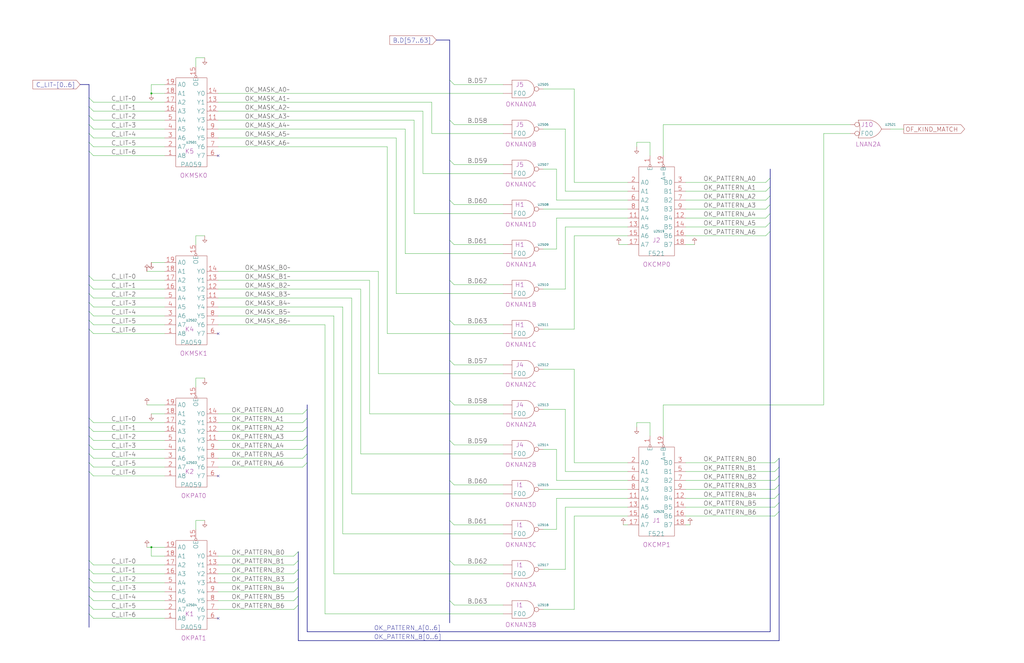
<source format=kicad_sch>
(kicad_sch (version 20250114) (generator "eeschema") (generator_version "9.0")
  (paper "User" 584.2 378.46)
  (title_block (title "OF KIND CONDITION LOGIC") (date "15-MAR-90") (rev "1.0") (comment 1 "TYPE") (comment 2 "232-003062") (comment 3 "S400") (comment 4 "RELEASED"))
  (lib_symbols
    (symbol "r1000:F00" (pin_numbers (hide yes)) (pin_names (hide yes))
      (property "Reference" "U" (at 15.24 0 0))
      (property "Value" "F00" (at 1.905 -5.08 0))
      (property "Location" "___" (at 1.905 0 0))
      (property "Name" "______" (at 2.54 -12.7 0))
      (symbol "F00_0_1"
        (polyline (pts (xy -2.54 2.54) (xy -2.54 -7.62)) (stroke (width 0.1524)))
        (polyline (pts (xy -2.54 2.54) (xy 5.08 2.54)) (stroke (width 0.1524)))
        (polyline (pts (xy -2.54 -7.62) (xy 5.08 -7.62)) (stroke (width 0.1524)))
        (arc (start 5.08 2.54) (mid 10.1281 -2.54) (end 5.08 -7.62) (stroke (width 0.1524)))
        (circle (center 11.43 -2.54) (radius 1.27) (stroke (width 0.1524)))
      )
      (symbol "F00_0_2"
        (arc (start -3.175 2.54) (mid -2.134 -2.54) (end -3.175 -7.62) (stroke (width 0.1524)))
        (circle (center -3.81 0) (radius 1.27) (stroke (width 0.1524)))
        (circle (center -3.81 -5.08) (radius 1.27) (stroke (width 0.1524)))
        (polyline (pts (xy -3.175 2.54) (xy 3.81 2.54)) (stroke (width 0.1524)))
        (polyline (pts (xy -3.175 -7.62) (xy 3.81 -7.62)) (stroke (width 0.1524)))
        (arc (start 3.81 2.54) (mid 7.5828 0.7472) (end 10.16 -2.54) (stroke (width 0.1524)))
        (arc (start 10.16 -2.54) (mid 7.5855 -5.8306) (end 3.81 -7.62) (stroke (width 0.1524)))
      )
      (symbol "F00_1_1"
        (pin input line (at -7.62 0 0) (length 5.08) (name "D0") (number "1"))
        (pin input line (at -7.62 -5.08 0) (length 5.08) (name "D1") (number "2"))
        (pin output line (at 15.24 -2.54 180) (length 2.54) (name "Q") (number "3"))
      )
      (symbol "F00_1_2"
        (pin input line (at -7.62 0 0) (length 2.54) (name "D0") (number "1"))
        (pin input line (at -7.62 -5.08 0) (length 2.54) (name "D1") (number "2"))
        (pin output line (at 15.24 -2.54 180) (length 5.08) (name "Q") (number "3"))
      )
    )
    (symbol "r1000:F521" (pin_names (offset 1.016))
      (property "Reference" "U" (at 2.54 5.08 0))
      (property "Value" "F521" (at -3.81 -7.62 0))
      (property "Location" "___" (at -1.27 0 0))
      (property "Name" "______" (at 1.27 -15.24 0))
      (symbol "F521_1_1"
        (rectangle (start -8.89 41.91) (end 11.43 -8.89))
        (circle (center -2.54 42.545) (radius 0.635))
        (circle (center 5.08 42.545) (radius 0.635))
        (pin input line (at -15.24 33.02 0) (length 6.35) (name "A0") (number "2"))
        (pin input line (at -15.24 27.94 0) (length 6.35) (name "A1") (number "4"))
        (pin input line (at -15.24 22.86 0) (length 6.35) (name "A2") (number "6"))
        (pin input line (at -15.24 17.78 0) (length 6.35) (name "A3") (number "8"))
        (pin input line (at -15.24 12.7 0) (length 6.35) (name "A4") (number "11"))
        (pin input line (at -15.24 7.62 0) (length 6.35) (name "A5") (number "13"))
        (pin input line (at -15.24 2.54 0) (length 6.35) (name "A6") (number "15"))
        (pin input line (at -15.24 -2.54 0) (length 6.35) (name "A7") (number "17"))
        (pin input line (at -2.54 48.26 270) (length 5.08) (name "E") (number "1"))
        (pin output line (at 5.08 48.26 270) (length 5.08) (name "A=B") (number "19"))
        (pin input line (at 17.78 33.02 180) (length 6.35) (name "B0") (number "3"))
        (pin input line (at 17.78 27.94 180) (length 6.35) (name "B1") (number "5"))
        (pin input line (at 17.78 22.86 180) (length 6.35) (name "B2") (number "7"))
        (pin input line (at 17.78 17.78 180) (length 6.35) (name "B3") (number "9"))
        (pin input line (at 17.78 12.7 180) (length 6.35) (name "B4") (number "12"))
        (pin input line (at 17.78 7.62 180) (length 6.35) (name "B5") (number "14"))
        (pin input line (at 17.78 2.54 180) (length 6.35) (name "B6") (number "16"))
        (pin input line (at 17.78 -2.54 180) (length 6.35) (name "B7") (number "18"))
      )
    )
    (symbol "r1000:PAxxx" (pin_names (offset 1.016))
      (property "Reference" "U" (at 2.54 5.08 0))
      (property "Value" "PAxxx" (at -3.81 -7.62 0))
      (property "Location" "___" (at -1.27 0 0))
      (property "Name" "______" (at 3.81 -15.24 0))
      (symbol "PAxxx_1_1"
        (rectangle (start -6.35 41.91) (end 11.43 -8.89))
        (circle (center 5.08 42.545) (radius 0.635))
        (pin input line (at -12.7 38.1 0) (length 6.35) (name "A0") (number "19"))
        (pin input line (at -12.7 33.02 0) (length 6.35) (name "A1") (number "18"))
        (pin input line (at -12.7 27.94 0) (length 6.35) (name "A2") (number "17"))
        (pin input line (at -12.7 22.86 0) (length 6.35) (name "A3") (number "16"))
        (pin input line (at -12.7 17.78 0) (length 6.35) (name "A4") (number "5"))
        (pin input line (at -12.7 12.7 0) (length 6.35) (name "A5") (number "4"))
        (pin input line (at -12.7 7.62 0) (length 6.35) (name "A6") (number "3"))
        (pin input line (at -12.7 2.54 0) (length 6.35) (name "A7") (number "2"))
        (pin input line (at -12.7 -2.54 0) (length 6.35) (name "A8") (number "1"))
        (pin input line (at 5.08 48.26 270) (length 5.08) (name "OE") (number "15"))
        (pin tri_state line (at 17.78 33.02 180) (length 6.35) (name "Y0") (number "14"))
        (pin tri_state line (at 17.78 27.94 180) (length 6.35) (name "Y1") (number "13"))
        (pin tri_state line (at 17.78 22.86 180) (length 6.35) (name "Y2") (number "12"))
        (pin tri_state line (at 17.78 17.78 180) (length 6.35) (name "Y3") (number "11"))
        (pin tri_state line (at 17.78 12.7 180) (length 6.35) (name "Y4") (number "9"))
        (pin tri_state line (at 17.78 7.62 180) (length 6.35) (name "Y5") (number "8"))
        (pin tri_state line (at 17.78 2.54 180) (length 6.35) (name "Y6") (number "7"))
        (pin tri_state line (at 17.78 -2.54 180) (length 6.35) (name "Y7") (number "6"))
      )
    )
    (symbol "r1000:PD" (power) (pin_numbers (hide yes)) (pin_names (hide yes)) (in_bom no)
      (symbol "PD_0_1"
        (polyline (pts (xy 0 -2.54) (xy 1.27 -2.54) (xy 0 -3.81) (xy -1.27 -2.54) (xy 0 -2.54)) (stroke (width 0.1524)))
      )
      (symbol "PD_1_1"
        (pin power_in line (at 0 0 270) (length 2.54) (name "PD") (number "1"))
      )
    )
    (symbol "r1000:PU" (power) (pin_numbers (hide yes)) (pin_names (hide yes))
      (symbol "PU_0_1"
        (polyline (pts (xy 0 2.54) (xy -1.27 2.54) (xy 0 3.81) (xy 1.27 2.54) (xy 0 2.54)) (stroke (width 0.1524)))
      )
      (symbol "PU_1_1"
        (pin power_in line (at 0 0 90) (length 2.54) (name "PU") (number "1"))
      )
    )
  )
  (junction (at 86.36 53.34))
  (junction (at 86.36 312.42))
  (no_connect (at 124.46 88.9))
  (no_connect (at 124.46 271.78))
  (no_connect (at 124.46 190.5))
  (no_connect (at 124.46 353.06))
  (bus_entry (at 439.42 132.08) (size -2.54 2.54))
  (bus_entry (at 170.18 314.96) (size -2.54 2.54))
  (bus_entry (at 50.8 330.2) (size 2.54 2.54))
  (bus_entry (at 444.5 292.1) (size -2.54 2.54))
  (bus_entry (at 50.8 172.72) (size 2.54 2.54))
  (bus_entry (at 439.42 101.6) (size -2.54 2.54))
  (bus_entry (at 175.26 233.68) (size -2.54 2.54))
  (bus_entry (at 439.42 106.68) (size -2.54 2.54))
  (bus_entry (at 50.8 157.48) (size 2.54 2.54))
  (bus_entry (at 170.18 325.12) (size -2.54 2.54))
  (bus_entry (at 50.8 60.96) (size 2.54 2.54))
  (bus_entry (at 256.54 274.32) (size 2.54 2.54))
  (bus_entry (at 50.8 248.92) (size 2.54 2.54))
  (bus_entry (at 50.8 162.56) (size 2.54 2.54))
  (bus_entry (at 50.8 81.28) (size 2.54 2.54))
  (bus_entry (at 256.54 114.3) (size 2.54 2.54))
  (bus_entry (at 256.54 342.9) (size 2.54 2.54))
  (bus_entry (at 50.8 187.96) (size 2.54 2.54))
  (bus_entry (at 175.26 238.76) (size -2.54 2.54))
  (bus_entry (at 50.8 55.88) (size 2.54 2.54))
  (bus_entry (at 50.8 182.88) (size 2.54 2.54))
  (bus_entry (at 439.42 111.76) (size -2.54 2.54))
  (bus_entry (at 50.8 269.24) (size 2.54 2.54))
  (bus_entry (at 256.54 68.58) (size 2.54 2.54))
  (bus_entry (at 439.42 127) (size -2.54 2.54))
  (bus_entry (at 175.26 243.84) (size -2.54 2.54))
  (bus_entry (at 256.54 205.74) (size 2.54 2.54))
  (bus_entry (at 170.18 335.28) (size -2.54 2.54))
  (bus_entry (at 256.54 91.44) (size 2.54 2.54))
  (bus_entry (at 439.42 121.92) (size -2.54 2.54))
  (bus_entry (at 170.18 340.36) (size -2.54 2.54))
  (bus_entry (at 50.8 238.76) (size 2.54 2.54))
  (bus_entry (at 50.8 350.52) (size 2.54 2.54))
  (bus_entry (at 50.8 254) (size 2.54 2.54))
  (bus_entry (at 170.18 345.44) (size -2.54 2.54))
  (bus_entry (at 50.8 340.36) (size 2.54 2.54))
  (bus_entry (at 50.8 325.12) (size 2.54 2.54))
  (bus_entry (at 50.8 259.08) (size 2.54 2.54))
  (bus_entry (at 256.54 137.16) (size 2.54 2.54))
  (bus_entry (at 50.8 243.84) (size 2.54 2.54))
  (bus_entry (at 444.5 261.62) (size -2.54 2.54))
  (bus_entry (at 444.5 287.02) (size -2.54 2.54))
  (bus_entry (at 170.18 320.04) (size -2.54 2.54))
  (bus_entry (at 50.8 86.36) (size 2.54 2.54))
  (bus_entry (at 444.5 281.94) (size -2.54 2.54))
  (bus_entry (at 256.54 228.6) (size 2.54 2.54))
  (bus_entry (at 256.54 45.72) (size 2.54 2.54))
  (bus_entry (at 50.8 264.16) (size 2.54 2.54))
  (bus_entry (at 444.5 266.7) (size -2.54 2.54))
  (bus_entry (at 50.8 320.04) (size 2.54 2.54))
  (bus_entry (at 444.5 271.78) (size -2.54 2.54))
  (bus_entry (at 50.8 66.04) (size 2.54 2.54))
  (bus_entry (at 50.8 335.28) (size 2.54 2.54))
  (bus_entry (at 50.8 345.44) (size 2.54 2.54))
  (bus_entry (at 50.8 71.12) (size 2.54 2.54))
  (bus_entry (at 50.8 167.64) (size 2.54 2.54))
  (bus_entry (at 50.8 177.8) (size 2.54 2.54))
  (bus_entry (at 439.42 116.84) (size -2.54 2.54))
  (bus_entry (at 175.26 259.08) (size -2.54 2.54))
  (bus_entry (at 175.26 254) (size -2.54 2.54))
  (bus_entry (at 170.18 330.2) (size -2.54 2.54))
  (bus_entry (at 175.26 248.92) (size -2.54 2.54))
  (bus_entry (at 256.54 160.02) (size 2.54 2.54))
  (bus_entry (at 256.54 297.18) (size 2.54 2.54))
  (bus_entry (at 50.8 76.2) (size 2.54 2.54))
  (bus_entry (at 256.54 320.04) (size 2.54 2.54))
  (bus_entry (at 256.54 182.88) (size 2.54 2.54))
  (bus_entry (at 175.26 264.16) (size -2.54 2.54))
  (bus_entry (at 256.54 251.46) (size 2.54 2.54))
  (bus_entry (at 444.5 276.86) (size -2.54 2.54))
  (wire (pts (xy 309.88 279.4) (xy 358.14 279.4)))
  (wire (pts (xy 358.14 289.56) (xy 322.58 289.56)))
  (wire (pts (xy 358.14 269.24) (xy 322.58 269.24)))
  (bus (pts (xy 170.18 345.44) (xy 170.18 365.76)))
  (wire (pts (xy 287.02 327.66) (xy 190.5 327.66)))
  (bus (pts (xy 439.42 96.52) (xy 439.42 101.6)))
  (bus (pts (xy 439.42 111.76) (xy 439.42 116.84)))
  (wire (pts (xy 327.66 104.14) (xy 358.14 104.14)))
  (wire (pts (xy 200.66 281.94) (xy 200.66 170.18)))
  (wire (pts (xy 124.46 58.42) (xy 246.38 58.42)))
  (bus (pts (xy 256.54 114.3) (xy 256.54 137.16)))
  (bus (pts (xy 50.8 320.04) (xy 50.8 325.12)))
  (bus (pts (xy 50.8 162.56) (xy 50.8 167.64)))
  (bus (pts (xy 50.8 248.92) (xy 50.8 254)))
  (wire (pts (xy 53.34 271.78) (xy 93.98 271.78)))
  (wire (pts (xy 220.98 190.5) (xy 220.98 83.82)))
  (wire (pts (xy 53.34 180.34) (xy 93.98 180.34)))
  (wire (pts (xy 226.06 167.64) (xy 287.02 167.64)))
  (bus (pts (xy 439.42 116.84) (xy 439.42 121.92)))
  (wire (pts (xy 287.02 236.22) (xy 210.82 236.22)))
  (bus (pts (xy 439.42 106.68) (xy 439.42 111.76)))
  (wire (pts (xy 508 73.66) (xy 515.62 73.66)))
  (wire (pts (xy 111.76 297.18) (xy 111.76 302.26)))
  (wire (pts (xy 190.5 180.34) (xy 124.46 180.34)))
  (wire (pts (xy 185.42 185.42) (xy 185.42 350.52)))
  (wire (pts (xy 53.34 241.3) (xy 93.98 241.3)))
  (bus (pts (xy 50.8 172.72) (xy 50.8 177.8)))
  (wire (pts (xy 309.88 256.54) (xy 317.5 256.54)))
  (wire (pts (xy 124.46 347.98) (xy 167.64 347.98)))
  (wire (pts (xy 378.46 231.14) (xy 469.9 231.14)))
  (wire (pts (xy 53.34 160.02) (xy 93.98 160.02)))
  (bus (pts (xy 256.54 182.88) (xy 256.54 205.74)))
  (wire (pts (xy 309.88 142.24) (xy 317.5 142.24)))
  (wire (pts (xy 116.84 215.9) (xy 111.76 215.9)))
  (wire (pts (xy 327.66 294.64) (xy 358.14 294.64)))
  (bus (pts (xy 50.8 325.12) (xy 50.8 330.2)))
  (wire (pts (xy 246.38 76.2) (xy 287.02 76.2)))
  (bus (pts (xy 50.8 55.88) (xy 50.8 60.96)))
  (bus (pts (xy 439.42 127) (xy 439.42 132.08)))
  (wire (pts (xy 220.98 83.82) (xy 124.46 83.82)))
  (wire (pts (xy 124.46 165.1) (xy 205.74 165.1)))
  (wire (pts (xy 259.08 345.44) (xy 287.02 345.44)))
  (bus (pts (xy 256.54 297.18) (xy 256.54 320.04)))
  (bus (pts (xy 50.8 345.44) (xy 50.8 350.52)))
  (bus (pts (xy 444.5 292.1) (xy 444.5 365.76)))
  (wire (pts (xy 309.88 50.8) (xy 327.66 50.8)))
  (bus (pts (xy 50.8 167.64) (xy 50.8 172.72)))
  (bus (pts (xy 439.42 132.08) (xy 439.42 360.68)))
  (wire (pts (xy 327.66 134.62) (xy 358.14 134.62)))
  (wire (pts (xy 259.08 276.86) (xy 287.02 276.86)))
  (wire (pts (xy 241.3 63.5) (xy 124.46 63.5)))
  (wire (pts (xy 53.34 73.66) (xy 93.98 73.66)))
  (wire (pts (xy 195.58 304.8) (xy 287.02 304.8)))
  (wire (pts (xy 391.16 109.22) (xy 436.88 109.22)))
  (wire (pts (xy 210.82 160.02) (xy 124.46 160.02)))
  (wire (pts (xy 124.46 241.3) (xy 172.72 241.3)))
  (wire (pts (xy 391.16 264.16) (xy 441.96 264.16)))
  (bus (pts (xy 175.26 231.14) (xy 175.26 233.68)))
  (wire (pts (xy 124.46 327.66) (xy 167.64 327.66)))
  (wire (pts (xy 370.84 88.9) (xy 370.84 81.28)))
  (wire (pts (xy 93.98 48.26) (xy 86.36 48.26)))
  (wire (pts (xy 200.66 170.18) (xy 124.46 170.18)))
  (bus (pts (xy 256.54 320.04) (xy 256.54 342.9)))
  (bus (pts (xy 170.18 335.28) (xy 170.18 340.36)))
  (wire (pts (xy 317.5 284.48) (xy 358.14 284.48)))
  (wire (pts (xy 287.02 190.5) (xy 220.98 190.5)))
  (wire (pts (xy 124.46 53.34) (xy 287.02 53.34)))
  (wire (pts (xy 111.76 215.9) (xy 111.76 220.98)))
  (wire (pts (xy 370.84 241.3) (xy 363.22 241.3)))
  (wire (pts (xy 124.46 78.74) (xy 226.06 78.74)))
  (bus (pts (xy 256.54 342.9) (xy 256.54 355.6)))
  (bus (pts (xy 444.5 276.86) (xy 444.5 281.94)))
  (wire (pts (xy 391.16 134.62) (xy 436.88 134.62)))
  (bus (pts (xy 50.8 86.36) (xy 50.8 157.48)))
  (wire (pts (xy 309.88 347.98) (xy 327.66 347.98)))
  (bus (pts (xy 50.8 182.88) (xy 50.8 187.96)))
  (wire (pts (xy 53.34 261.62) (xy 93.98 261.62)))
  (wire (pts (xy 124.46 322.58) (xy 167.64 322.58)))
  (wire (pts (xy 327.66 210.82) (xy 327.66 264.16)))
  (wire (pts (xy 322.58 269.24) (xy 322.58 233.68)))
  (wire (pts (xy 287.02 99.06) (xy 241.3 99.06)))
  (wire (pts (xy 53.34 83.82) (xy 93.98 83.82)))
  (wire (pts (xy 195.58 175.26) (xy 195.58 304.8)))
  (wire (pts (xy 124.46 251.46) (xy 172.72 251.46)))
  (wire (pts (xy 53.34 68.58) (xy 93.98 68.58)))
  (wire (pts (xy 259.08 48.26) (xy 287.02 48.26)))
  (wire (pts (xy 391.16 294.64) (xy 441.96 294.64)))
  (wire (pts (xy 53.34 266.7) (xy 93.98 266.7)))
  (bus (pts (xy 50.8 48.26) (xy 50.8 55.88)))
  (wire (pts (xy 124.46 154.94) (xy 215.9 154.94)))
  (wire (pts (xy 327.66 50.8) (xy 327.66 104.14)))
  (wire (pts (xy 322.58 129.54) (xy 322.58 165.1)))
  (wire (pts (xy 53.34 58.42) (xy 93.98 58.42)))
  (bus (pts (xy 50.8 259.08) (xy 50.8 264.16)))
  (wire (pts (xy 370.84 248.92) (xy 370.84 241.3)))
  (wire (pts (xy 210.82 236.22) (xy 210.82 160.02)))
  (wire (pts (xy 53.34 251.46) (xy 93.98 251.46)))
  (wire (pts (xy 111.76 134.62) (xy 111.76 139.7)))
  (wire (pts (xy 93.98 317.5) (xy 86.36 317.5)))
  (wire (pts (xy 322.58 325.12) (xy 309.88 325.12)))
  (bus (pts (xy 444.5 281.94) (xy 444.5 287.02)))
  (wire (pts (xy 327.66 264.16) (xy 358.14 264.16)))
  (wire (pts (xy 259.08 93.98) (xy 287.02 93.98)))
  (wire (pts (xy 53.34 185.42) (xy 93.98 185.42)))
  (wire (pts (xy 83.82 231.14) (xy 93.98 231.14)))
  (wire (pts (xy 205.74 165.1) (xy 205.74 259.08)))
  (wire (pts (xy 327.66 347.98) (xy 327.66 294.64)))
  (wire (pts (xy 86.36 48.26) (xy 86.36 53.34)))
  (bus (pts (xy 50.8 187.96) (xy 50.8 238.76)))
  (wire (pts (xy 259.08 231.14) (xy 287.02 231.14)))
  (wire (pts (xy 322.58 73.66) (xy 309.88 73.66)))
  (wire (pts (xy 378.46 71.12) (xy 485.14 71.12)))
  (wire (pts (xy 83.82 312.42) (xy 86.36 312.42)))
  (wire (pts (xy 124.46 332.74) (xy 167.64 332.74)))
  (bus (pts (xy 256.54 205.74) (xy 256.54 228.6)))
  (wire (pts (xy 53.34 78.74) (xy 93.98 78.74)))
  (wire (pts (xy 53.34 353.06) (xy 93.98 353.06)))
  (bus (pts (xy 50.8 71.12) (xy 50.8 76.2)))
  (bus (pts (xy 444.5 266.7) (xy 444.5 271.78)))
  (wire (pts (xy 124.46 337.82) (xy 167.64 337.82)))
  (wire (pts (xy 53.34 170.18) (xy 93.98 170.18)))
  (wire (pts (xy 327.66 187.96) (xy 327.66 134.62)))
  (wire (pts (xy 378.46 88.9) (xy 378.46 71.12)))
  (wire (pts (xy 124.46 236.22) (xy 172.72 236.22)))
  (wire (pts (xy 259.08 322.58) (xy 287.02 322.58)))
  (wire (pts (xy 215.9 213.36) (xy 287.02 213.36)))
  (wire (pts (xy 124.46 185.42) (xy 185.42 185.42)))
  (wire (pts (xy 53.34 190.5) (xy 93.98 190.5)))
  (wire (pts (xy 53.34 165.1) (xy 93.98 165.1)))
  (bus (pts (xy 50.8 157.48) (xy 50.8 162.56)))
  (wire (pts (xy 53.34 337.82) (xy 93.98 337.82)))
  (bus (pts (xy 444.5 287.02) (xy 444.5 292.1)))
  (bus (pts (xy 170.18 330.2) (xy 170.18 335.28)))
  (bus (pts (xy 50.8 238.76) (xy 50.8 243.84)))
  (wire (pts (xy 86.36 149.86) (xy 93.98 149.86)))
  (bus (pts (xy 256.54 251.46) (xy 256.54 274.32)))
  (bus (pts (xy 175.26 259.08) (xy 175.26 264.16)))
  (wire (pts (xy 317.5 302.26) (xy 317.5 284.48)))
  (wire (pts (xy 317.5 114.3) (xy 358.14 114.3)))
  (wire (pts (xy 116.84 297.18) (xy 111.76 297.18)))
  (wire (pts (xy 391.16 124.46) (xy 436.88 124.46)))
  (wire (pts (xy 259.08 254) (xy 287.02 254)))
  (wire (pts (xy 190.5 327.66) (xy 190.5 180.34)))
  (wire (pts (xy 53.34 347.98) (xy 93.98 347.98)))
  (bus (pts (xy 256.54 22.86) (xy 256.54 45.72)))
  (wire (pts (xy 358.14 129.54) (xy 322.58 129.54)))
  (bus (pts (xy 175.26 254) (xy 175.26 259.08)))
  (wire (pts (xy 259.08 139.7) (xy 287.02 139.7)))
  (wire (pts (xy 317.5 124.46) (xy 358.14 124.46)))
  (wire (pts (xy 259.08 116.84) (xy 287.02 116.84)))
  (wire (pts (xy 322.58 289.56) (xy 322.58 325.12)))
  (bus (pts (xy 50.8 60.96) (xy 50.8 66.04)))
  (wire (pts (xy 358.14 109.22) (xy 322.58 109.22)))
  (bus (pts (xy 50.8 269.24) (xy 50.8 320.04)))
  (wire (pts (xy 391.16 129.54) (xy 436.88 129.54)))
  (wire (pts (xy 391.16 139.7) (xy 396.24 139.7)))
  (wire (pts (xy 53.34 175.26) (xy 93.98 175.26)))
  (wire (pts (xy 53.34 327.66) (xy 93.98 327.66)))
  (bus (pts (xy 256.54 45.72) (xy 256.54 68.58)))
  (bus (pts (xy 170.18 365.76) (xy 444.5 365.76)))
  (bus (pts (xy 50.8 81.28) (xy 50.8 86.36)))
  (bus (pts (xy 175.26 360.68) (xy 439.42 360.68)))
  (wire (pts (xy 309.88 187.96) (xy 327.66 187.96)))
  (wire (pts (xy 363.22 241.3) (xy 363.22 243.84)))
  (bus (pts (xy 50.8 76.2) (xy 50.8 81.28)))
  (wire (pts (xy 205.74 259.08) (xy 287.02 259.08)))
  (wire (pts (xy 391.16 114.3) (xy 436.88 114.3)))
  (wire (pts (xy 124.46 317.5) (xy 167.64 317.5)))
  (wire (pts (xy 86.36 317.5) (xy 86.36 312.42)))
  (wire (pts (xy 53.34 322.58) (xy 93.98 322.58)))
  (bus (pts (xy 170.18 325.12) (xy 170.18 330.2)))
  (wire (pts (xy 391.16 289.56) (xy 441.96 289.56)))
  (wire (pts (xy 259.08 299.72) (xy 287.02 299.72)))
  (wire (pts (xy 322.58 109.22) (xy 322.58 73.66)))
  (wire (pts (xy 116.84 134.62) (xy 111.76 134.62)))
  (bus (pts (xy 256.54 91.44) (xy 256.54 114.3)))
  (wire (pts (xy 287.02 281.94) (xy 200.66 281.94)))
  (bus (pts (xy 50.8 243.84) (xy 50.8 248.92)))
  (bus (pts (xy 439.42 121.92) (xy 439.42 127)))
  (wire (pts (xy 391.16 119.38) (xy 436.88 119.38)))
  (bus (pts (xy 256.54 228.6) (xy 256.54 251.46)))
  (bus (pts (xy 444.5 271.78) (xy 444.5 276.86)))
  (wire (pts (xy 259.08 71.12) (xy 287.02 71.12)))
  (bus (pts (xy 256.54 160.02) (xy 256.54 182.88)))
  (wire (pts (xy 53.34 342.9) (xy 93.98 342.9)))
  (wire (pts (xy 469.9 231.14) (xy 469.9 76.2)))
  (wire (pts (xy 391.16 299.72) (xy 393.7 299.72)))
  (bus (pts (xy 439.42 101.6) (xy 439.42 106.68)))
  (wire (pts (xy 370.84 81.28) (xy 363.22 81.28)))
  (wire (pts (xy 469.9 76.2) (xy 485.14 76.2)))
  (wire (pts (xy 116.84 33.02) (xy 111.76 33.02)))
  (bus (pts (xy 444.5 261.62) (xy 444.5 266.7)))
  (wire (pts (xy 185.42 350.52) (xy 287.02 350.52)))
  (wire (pts (xy 231.14 73.66) (xy 124.46 73.66)))
  (wire (pts (xy 322.58 233.68) (xy 309.88 233.68)))
  (bus (pts (xy 50.8 335.28) (xy 50.8 340.36)))
  (wire (pts (xy 309.88 96.52) (xy 317.5 96.52)))
  (bus (pts (xy 50.8 350.52) (xy 50.8 358.14)))
  (wire (pts (xy 236.22 68.58) (xy 236.22 121.92)))
  (wire (pts (xy 309.88 119.38) (xy 358.14 119.38)))
  (wire (pts (xy 309.88 302.26) (xy 317.5 302.26)))
  (wire (pts (xy 287.02 144.78) (xy 231.14 144.78)))
  (bus (pts (xy 50.8 177.8) (xy 50.8 182.88)))
  (bus (pts (xy 170.18 340.36) (xy 170.18 345.44)))
  (bus (pts (xy 256.54 137.16) (xy 256.54 160.02)))
  (wire (pts (xy 124.46 256.54) (xy 172.72 256.54)))
  (wire (pts (xy 391.16 104.14) (xy 436.88 104.14)))
  (wire (pts (xy 391.16 269.24) (xy 441.96 269.24)))
  (wire (pts (xy 317.5 274.32) (xy 358.14 274.32)))
  (bus (pts (xy 248.92 22.86) (xy 256.54 22.86)))
  (wire (pts (xy 391.16 279.4) (xy 441.96 279.4)))
  (wire (pts (xy 124.46 175.26) (xy 195.58 175.26)))
  (wire (pts (xy 391.16 284.48) (xy 441.96 284.48)))
  (wire (pts (xy 353.06 139.7) (xy 358.14 139.7)))
  (bus (pts (xy 50.8 66.04) (xy 50.8 71.12)))
  (wire (pts (xy 124.46 266.7) (xy 172.72 266.7)))
  (bus (pts (xy 50.8 340.36) (xy 50.8 345.44)))
  (wire (pts (xy 53.34 332.74) (xy 93.98 332.74)))
  (wire (pts (xy 124.46 342.9) (xy 167.64 342.9)))
  (wire (pts (xy 86.36 236.22) (xy 93.98 236.22)))
  (wire (pts (xy 259.08 162.56) (xy 287.02 162.56)))
  (wire (pts (xy 363.22 81.28) (xy 363.22 83.82)))
  (wire (pts (xy 124.46 246.38) (xy 172.72 246.38)))
  (wire (pts (xy 236.22 121.92) (xy 287.02 121.92)))
  (bus (pts (xy 175.26 243.84) (xy 175.26 248.92)))
  (wire (pts (xy 259.08 185.42) (xy 287.02 185.42)))
  (wire (pts (xy 391.16 274.32) (xy 441.96 274.32)))
  (wire (pts (xy 226.06 78.74) (xy 226.06 167.64)))
  (wire (pts (xy 317.5 96.52) (xy 317.5 114.3)))
  (bus (pts (xy 256.54 68.58) (xy 256.54 91.44)))
  (wire (pts (xy 317.5 256.54) (xy 317.5 274.32)))
  (wire (pts (xy 111.76 33.02) (xy 111.76 38.1)))
  (wire (pts (xy 246.38 58.42) (xy 246.38 76.2)))
  (bus (pts (xy 175.26 238.76) (xy 175.26 243.84)))
  (wire (pts (xy 309.88 210.82) (xy 327.66 210.82)))
  (wire (pts (xy 53.34 256.54) (xy 93.98 256.54)))
  (wire (pts (xy 322.58 165.1) (xy 309.88 165.1)))
  (bus (pts (xy 175.26 248.92) (xy 175.26 254)))
  (bus (pts (xy 50.8 330.2) (xy 50.8 335.28)))
  (wire (pts (xy 259.08 208.28) (xy 287.02 208.28)))
  (bus (pts (xy 45.72 48.26) (xy 50.8 48.26)))
  (bus (pts (xy 50.8 254) (xy 50.8 259.08)))
  (wire (pts (xy 86.36 53.34) (xy 93.98 53.34)))
  (bus (pts (xy 170.18 320.04) (xy 170.18 325.12)))
  (wire (pts (xy 124.46 68.58) (xy 236.22 68.58)))
  (bus (pts (xy 50.8 264.16) (xy 50.8 269.24)))
  (wire (pts (xy 124.46 261.62) (xy 172.72 261.62)))
  (wire (pts (xy 53.34 88.9) (xy 93.98 88.9)))
  (wire (pts (xy 241.3 99.06) (xy 241.3 63.5)))
  (wire (pts (xy 378.46 248.92) (xy 378.46 231.14)))
  (bus (pts (xy 256.54 274.32) (xy 256.54 297.18)))
  (wire (pts (xy 215.9 154.94) (xy 215.9 213.36)))
  (bus (pts (xy 175.26 264.16) (xy 175.26 360.68)))
  (wire (pts (xy 317.5 142.24) (xy 317.5 124.46)))
  (wire (pts (xy 355.6 299.72) (xy 358.14 299.72)))
  (wire (pts (xy 231.14 144.78) (xy 231.14 73.66)))
  (wire (pts (xy 83.82 154.94) (xy 93.98 154.94)))
  (wire (pts (xy 53.34 246.38) (xy 93.98 246.38)))
  (bus (pts (xy 175.26 233.68) (xy 175.26 238.76)))
  (wire (pts (xy 53.34 63.5) (xy 93.98 63.5)))
  (wire (pts (xy 86.36 312.42) (xy 93.98 312.42)))
  (bus (pts (xy 170.18 314.96) (xy 170.18 320.04)))
  (label "OK_PATTERN_A0" (at 132.08 236.22 0) (effects (font (size 2.54 2.54))))
  (label "C_LIT~1" (at 63.5 246.38 0) (effects (font (size 2.54 2.54))))
  (label "C_LIT~3" (at 63.5 175.26 0) (effects (font (size 2.54 2.54))))
  (label "B.D59" (at 266.7 93.98 0) (effects (font (size 2.54 2.54))))
  (label "OK_PATTERN_A6" (at 132.08 266.7 0) (effects (font (size 2.54 2.54))))
  (label "C_LIT~6" (at 63.5 88.9 0) (effects (font (size 2.54 2.54))))
  (label "B.D58" (at 266.7 71.12 0) (effects (font (size 2.54 2.54))))
  (label "C_LIT~0" (at 63.5 58.42 0) (effects (font (size 2.54 2.54))))
  (label "OK_PATTERN_B3" (at 132.08 332.74 0) (effects (font (size 2.54 2.54))))
  (label "OK_PATTERN_A2" (at 401.32 114.3 0) (effects (font (size 2.54 2.54))))
  (label "OK_PATTERN_A0" (at 401.32 104.14 0) (effects (font (size 2.54 2.54))))
  (label "OK_MASK_A1~" (at 139.7 58.42 0) (effects (font (size 2.54 2.54))))
  (label "OK_PATTERN_A3" (at 401.32 119.38 0) (effects (font (size 2.54 2.54))))
  (label "C_LIT~3" (at 63.5 256.54 0) (effects (font (size 2.54 2.54))))
  (label "OK_MASK_B5~" (at 139.7 180.34 0) (effects (font (size 2.54 2.54))))
  (label "OK_MASK_B2~" (at 139.7 165.1 0) (effects (font (size 2.54 2.54))))
  (label "OK_MASK_A2~" (at 139.7 63.5 0) (effects (font (size 2.54 2.54))))
  (label "C_LIT~6" (at 63.5 190.5 0) (effects (font (size 2.54 2.54))))
  (label "C_LIT~1" (at 63.5 165.1 0) (effects (font (size 2.54 2.54))))
  (label "B.D57" (at 266.7 48.26 0) (effects (font (size 2.54 2.54))))
  (label "C_LIT~4" (at 63.5 342.9 0) (effects (font (size 2.54 2.54))))
  (label "B.D62" (at 266.7 162.56 0) (effects (font (size 2.54 2.54))))
  (label "B.D57" (at 266.7 208.28 0) (effects (font (size 2.54 2.54))))
  (label "OK_PATTERN_B5" (at 401.32 289.56 0) (effects (font (size 2.54 2.54))))
  (label "C_LIT~0" (at 63.5 160.02 0) (effects (font (size 2.54 2.54))))
  (label "C_LIT~1" (at 63.5 63.5 0) (effects (font (size 2.54 2.54))))
  (label "OK_MASK_B4~" (at 139.7 175.26 0) (effects (font (size 2.54 2.54))))
  (label "C_LIT~2" (at 63.5 332.74 0) (effects (font (size 2.54 2.54))))
  (label "B.D61" (at 266.7 139.7 0) (effects (font (size 2.54 2.54))))
  (label "OK_PATTERN_B4" (at 401.32 284.48 0) (effects (font (size 2.54 2.54))))
  (label "OK_PATTERN_B0" (at 401.32 264.16 0) (effects (font (size 2.54 2.54))))
  (label "OK_PATTERN_B2" (at 401.32 274.32 0) (effects (font (size 2.54 2.54))))
  (label "OK_PATTERN_A1" (at 132.08 241.3 0) (effects (font (size 2.54 2.54))))
  (label "C_LIT~1" (at 63.5 327.66 0) (effects (font (size 2.54 2.54))))
  (label "C_LIT~4" (at 63.5 261.62 0) (effects (font (size 2.54 2.54))))
  (label "B.D59" (at 266.7 254 0) (effects (font (size 2.54 2.54))))
  (label "OK_PATTERN_A4" (at 132.08 256.54 0) (effects (font (size 2.54 2.54))))
  (label "OK_PATTERN_A5" (at 132.08 261.62 0) (effects (font (size 2.54 2.54))))
  (label "C_LIT~2" (at 63.5 170.18 0) (effects (font (size 2.54 2.54))))
  (label "B.D63" (at 266.7 345.44 0) (effects (font (size 2.54 2.54))))
  (label "C_LIT~0" (at 63.5 322.58 0) (effects (font (size 2.54 2.54))))
  (label "OK_PATTERN_B0" (at 132.08 317.5 0) (effects (font (size 2.54 2.54))))
  (label "C_LIT~2" (at 63.5 251.46 0) (effects (font (size 2.54 2.54))))
  (label "OK_PATTERN_B4" (at 132.08 337.82 0) (effects (font (size 2.54 2.54))))
  (label "OK_PATTERN_A6" (at 401.32 134.62 0) (effects (font (size 2.54 2.54))))
  (label "C_LIT~5" (at 63.5 185.42 0) (effects (font (size 2.54 2.54))))
  (label "OK_MASK_B3~" (at 139.7 170.18 0) (effects (font (size 2.54 2.54))))
  (label "OK_MASK_A4~" (at 139.7 73.66 0) (effects (font (size 2.54 2.54))))
  (label "C_LIT~5" (at 63.5 83.82 0) (effects (font (size 2.54 2.54))))
  (label "C_LIT~3" (at 63.5 73.66 0) (effects (font (size 2.54 2.54))))
  (label "C_LIT~6" (at 63.5 271.78 0) (effects (font (size 2.54 2.54))))
  (label "OK_PATTERN_B[0..6]" (at 213.36 365.76 0) (effects (font (size 2.54 2.54))))
  (label "OK_PATTERN_B1" (at 132.08 322.58 0) (effects (font (size 2.54 2.54))))
  (label "OK_PATTERN_A1" (at 401.32 109.22 0) (effects (font (size 2.54 2.54))))
  (label "C_LIT~5" (at 63.5 347.98 0) (effects (font (size 2.54 2.54))))
  (label "OK_PATTERN_B5" (at 132.08 342.9 0) (effects (font (size 2.54 2.54))))
  (label "OK_PATTERN_B6" (at 401.32 294.64 0) (effects (font (size 2.54 2.54))))
  (label "C_LIT~0" (at 63.5 241.3 0) (effects (font (size 2.54 2.54))))
  (label "B.D61" (at 266.7 299.72 0) (effects (font (size 2.54 2.54))))
  (label "C_LIT~3" (at 63.5 337.82 0) (effects (font (size 2.54 2.54))))
  (label "B.D63" (at 266.7 185.42 0) (effects (font (size 2.54 2.54))))
  (label "OK_MASK_B0~" (at 139.7 154.94 0) (effects (font (size 2.54 2.54))))
  (label "C_LIT~6" (at 63.5 353.06 0) (effects (font (size 2.54 2.54))))
  (label "OK_PATTERN_A4" (at 401.32 124.46 0) (effects (font (size 2.54 2.54))))
  (label "B.D58" (at 266.7 231.14 0) (effects (font (size 2.54 2.54))))
  (label "OK_MASK_B6~" (at 139.7 185.42 0) (effects (font (size 2.54 2.54))))
  (label "C_LIT~4" (at 63.5 180.34 0) (effects (font (size 2.54 2.54))))
  (label "OK_PATTERN_A2" (at 132.08 246.38 0) (effects (font (size 2.54 2.54))))
  (label "OK_MASK_A5~" (at 139.7 78.74 0) (effects (font (size 2.54 2.54))))
  (label "B.D62" (at 266.7 322.58 0) (effects (font (size 2.54 2.54))))
  (label "OK_PATTERN_A[0..6]" (at 213.36 360.68 0) (effects (font (size 2.54 2.54))))
  (label "OK_PATTERN_B3" (at 401.32 279.4 0) (effects (font (size 2.54 2.54))))
  (label "B.D60" (at 266.7 116.84 0) (effects (font (size 2.54 2.54))))
  (label "OK_MASK_A3~" (at 139.7 68.58 0) (effects (font (size 2.54 2.54))))
  (label "OK_PATTERN_B2" (at 132.08 327.66 0) (effects (font (size 2.54 2.54))))
  (label "C_LIT~4" (at 63.5 78.74 0) (effects (font (size 2.54 2.54))))
  (label "OK_PATTERN_A5" (at 401.32 129.54 0) (effects (font (size 2.54 2.54))))
  (label "OK_MASK_B1~" (at 139.7 160.02 0) (effects (font (size 2.54 2.54))))
  (label "OK_MASK_A0~" (at 139.7 53.34 0) (effects (font (size 2.54 2.54))))
  (label "C_LIT~5" (at 63.5 266.7 0) (effects (font (size 2.54 2.54))))
  (label "OK_PATTERN_B1" (at 401.32 269.24 0) (effects (font (size 2.54 2.54))))
  (label "B.D60" (at 266.7 276.86 0) (effects (font (size 2.54 2.54))))
  (label "OK_PATTERN_B6" (at 132.08 347.98 0) (effects (font (size 2.54 2.54))))
  (label "OK_PATTERN_A3" (at 132.08 251.46 0) (effects (font (size 2.54 2.54))))
  (label "OK_MASK_A6~" (at 139.7 83.82 0) (effects (font (size 2.54 2.54))))
  (label "C_LIT~2" (at 63.5 68.58 0) (effects (font (size 2.54 2.54))))
  (global_label "C_LIT~[0..6]" (shape input) (at 45.72 48.26 180) (effects (font (size 2.54 2.54))) (property "Intersheetrefs" "${INTERSHEET_REFS}" (at 18.7597 48.1013 0) (effects (font (size 1.905 1.905)) (justify right))))
  (global_label "B.D[57..63]" (shape input) (at 248.92 22.86 180) (effects (font (size 2.54 2.54))) (property "Intersheetrefs" "${INTERSHEET_REFS}" (at 222.3226 22.7013 0) (effects (font (size 1.905 1.905)) (justify right))))
  (global_label "OF_KIND_MATCH" (shape output) (at 515.62 73.66 0) (effects (font (size 2.54 2.54))) (property "Intersheetrefs" "${INTERSHEET_REFS}" (at 550.3212 73.5013 0) (effects (font (size 1.905 1.905)) (justify left))))
  (symbol (lib_id "r1000:F00") (at 294.64 299.72 0) (unit 1)
    (property "Reference" "U2516" (at 309.88 299.72 0))
    (property "Value" "F00" (at 296.545 304.8 0) (effects (font (size 2.54 2.54))))
    (property "Location" "I1" (at 296.545 299.72 0) (effects (font (size 2.54 2.54))))
    (property "Name" "OKNAN3C" (at 297.18 312.42 0) (effects (font (size 2.54 2.54)) (justify bottom)))
  )
  (symbol (lib_id "r1000:F521") (at 373.38 137.16 0) (unit 1)
    (property "Reference" "U2519" (at 375.92 132.08 0))
    (property "Value" "F521" (at 369.57 144.78 0) (effects (font (size 2.54 2.54)) (justify left)))
    (property "Location" "J2" (at 372.11 137.16 0) (effects (font (size 2.54 2.54)) (justify left)))
    (property "Name" "OKCMP0" (at 374.65 152.4 0) (effects (font (size 2.54 2.54)) (justify bottom)))
  )
  (symbol (lib_id "r1000:PD") (at 363.22 243.84 0) (unit 1) (in_bom no)
    (property "Reference" "#PWR0107" (effects (hide yes)))
    (property "Value" "PD" (effects (hide yes)))
  )
  (symbol (lib_id "r1000:F00") (at 492.76 71.12 0) (unit 1) (convert 2)
    (property "Reference" "U2521" (at 508 71.12 0))
    (property "Value" "F00" (at 494.665 76.2 0) (effects (font (size 2.54 2.54))))
    (property "Location" "J10" (at 494.665 71.12 0) (effects (font (size 2.54 2.54))))
    (property "Name" "LNAN2A" (at 495.3 83.82 0) (effects (font (size 2.54 2.54)) (justify bottom)))
  )
  (symbol (lib_id "r1000:F521") (at 373.38 297.18 0) (unit 1)
    (property "Reference" "U2520" (at 375.92 292.1 0))
    (property "Value" "F521" (at 369.57 304.8 0) (effects (font (size 2.54 2.54)) (justify left)))
    (property "Location" "J1" (at 372.11 297.18 0) (effects (font (size 2.54 2.54)) (justify left)))
    (property "Name" "OKCMP1" (at 374.65 312.42 0) (effects (font (size 2.54 2.54)) (justify bottom)))
  )
  (symbol (lib_id "r1000:F00") (at 294.64 93.98 0) (unit 1)
    (property "Reference" "U2507" (at 309.88 93.98 0))
    (property "Value" "F00" (at 296.545 99.06 0) (effects (font (size 2.54 2.54))))
    (property "Location" "J5" (at 296.545 93.98 0) (effects (font (size 2.54 2.54))))
    (property "Name" "OKNAN0C" (at 297.18 106.68 0) (effects (font (size 2.54 2.54)) (justify bottom)))
  )
  (symbol (lib_id "r1000:F00") (at 294.64 48.26 0) (unit 1)
    (property "Reference" "U2505" (at 309.88 48.26 0))
    (property "Value" "F00" (at 296.545 53.34 0) (effects (font (size 2.54 2.54))))
    (property "Location" "J5" (at 296.545 48.26 0) (effects (font (size 2.54 2.54))))
    (property "Name" "OKNAN0A" (at 297.18 60.96 0) (effects (font (size 2.54 2.54)) (justify bottom)))
  )
  (symbol (lib_id "r1000:F00") (at 294.64 276.86 0) (unit 1)
    (property "Reference" "U2515" (at 309.88 276.86 0))
    (property "Value" "F00" (at 296.545 281.94 0) (effects (font (size 2.54 2.54))))
    (property "Location" "I1" (at 296.545 276.86 0) (effects (font (size 2.54 2.54))))
    (property "Name" "OKNAN3D" (at 297.18 289.56 0) (effects (font (size 2.54 2.54)) (justify bottom)))
  )
  (symbol (lib_id "r1000:PD") (at 86.36 236.22 0) (unit 1) (in_bom no)
    (property "Reference" "#PWR02506" (effects (hide yes)))
    (property "Value" "PD" (effects (hide yes)))
  )
  (symbol (lib_id "r1000:PD") (at 86.36 149.86 0) (unit 1) (in_bom no)
    (property "Reference" "#PWR02505" (effects (hide yes)))
    (property "Value" "PD" (effects (hide yes)))
  )
  (symbol (lib_id "r1000:PD") (at 86.36 53.34 0) (unit 1) (in_bom no)
    (property "Reference" "#PWR02504" (effects (hide yes)))
    (property "Value" "PD" (effects (hide yes)))
  )
  (symbol (lib_id "r1000:PU") (at 396.24 139.7 0) (unit 1)
    (property "Reference" "#PWR02513" (effects (hide yes)))
    (property "Value" "PU" (effects (hide yes)))
  )
  (symbol (lib_id "r1000:PAxxx") (at 106.68 350.52 0) (unit 1)
    (property "Reference" "U2504" (at 109.22 345.44 0))
    (property "Value" "PA059" (at 102.87 358.14 0) (effects (font (size 2.54 2.54)) (justify left)))
    (property "Location" "K1" (at 105.41 350.52 0) (effects (font (size 2.54 2.54)) (justify left)))
    (property "Name" "OKPAT1" (at 110.49 365.76 0) (effects (font (size 2.54 2.54)) (justify bottom)))
  )
  (symbol (lib_id "r1000:F00") (at 294.64 345.44 0) (unit 1)
    (property "Reference" "U2518" (at 309.88 345.44 0))
    (property "Value" "F00" (at 296.545 350.52 0) (effects (font (size 2.54 2.54))))
    (property "Location" "I1" (at 296.545 345.44 0) (effects (font (size 2.54 2.54))))
    (property "Name" "OKNAN3B" (at 297.18 358.14 0) (effects (font (size 2.54 2.54)) (justify bottom)))
  )
  (symbol (lib_id "r1000:F00") (at 294.64 139.7 0) (unit 1)
    (property "Reference" "U2509" (at 309.88 139.7 0))
    (property "Value" "F00" (at 296.545 144.78 0) (effects (font (size 2.54 2.54))))
    (property "Location" "H1" (at 296.545 139.7 0) (effects (font (size 2.54 2.54))))
    (property "Name" "OKNAN1A" (at 297.18 152.4 0) (effects (font (size 2.54 2.54)) (justify bottom)))
  )
  (symbol (lib_id "r1000:PU") (at 353.06 139.7 0) (unit 1)
    (property "Reference" "#PWR02507" (effects (hide yes)))
    (property "Value" "PU" (effects (hide yes)))
  )
  (symbol (lib_id "r1000:PD") (at 116.84 215.9 0) (unit 1) (in_bom no)
    (property "Reference" "#PWR0120" (effects (hide yes)))
    (property "Value" "PD" (effects (hide yes)))
  )
  (symbol (lib_id "r1000:F00") (at 294.64 162.56 0) (unit 1)
    (property "Reference" "U2510" (at 309.88 162.56 0))
    (property "Value" "F00" (at 296.545 167.64 0) (effects (font (size 2.54 2.54))))
    (property "Location" "H1" (at 296.545 162.56 0) (effects (font (size 2.54 2.54))))
    (property "Name" "OKNAN1B" (at 297.18 175.26 0) (effects (font (size 2.54 2.54)) (justify bottom)))
  )
  (symbol (lib_id "r1000:PU") (at 355.6 299.72 0) (unit 1)
    (property "Reference" "#PWR0109" (effects (hide yes)))
    (property "Value" "PU" (effects (hide yes)))
  )
  (symbol (lib_id "r1000:F00") (at 294.64 322.58 0) (unit 1)
    (property "Reference" "U2517" (at 309.88 322.58 0))
    (property "Value" "F00" (at 296.545 327.66 0) (effects (font (size 2.54 2.54))))
    (property "Location" "I1" (at 296.545 322.58 0) (effects (font (size 2.54 2.54))))
    (property "Name" "OKNAN3A" (at 297.18 335.28 0) (effects (font (size 2.54 2.54)) (justify bottom)))
  )
  (symbol (lib_id "r1000:PD") (at 363.22 83.82 0) (unit 1) (in_bom no)
    (property "Reference" "#PWR02510" (effects (hide yes)))
    (property "Value" "PD" (effects (hide yes)))
  )
  (symbol (lib_id "r1000:PD") (at 116.84 297.18 0) (unit 1) (in_bom no)
    (property "Reference" "#PWR0121" (effects (hide yes)))
    (property "Value" "PD" (effects (hide yes)))
  )
  (symbol (lib_id "r1000:PU") (at 83.82 231.14 0) (unit 1)
    (property "Reference" "#PWR02502" (effects (hide yes)))
    (property "Value" "PU" (effects (hide yes)))
  )
  (symbol (lib_id "r1000:F00") (at 294.64 185.42 0) (unit 1)
    (property "Reference" "U2511" (at 309.88 185.42 0))
    (property "Value" "F00" (at 296.545 190.5 0) (effects (font (size 2.54 2.54))))
    (property "Location" "H1" (at 296.545 185.42 0) (effects (font (size 2.54 2.54))))
    (property "Name" "OKNAN1C" (at 297.18 198.12 0) (effects (font (size 2.54 2.54)) (justify bottom)))
  )
  (symbol (lib_id "r1000:PD") (at 116.84 134.62 0) (unit 1) (in_bom no)
    (property "Reference" "#PWR0122" (effects (hide yes)))
    (property "Value" "PD" (effects (hide yes)))
  )
  (symbol (lib_id "r1000:F00") (at 294.64 71.12 0) (unit 1)
    (property "Reference" "U2506" (at 309.88 71.12 0))
    (property "Value" "F00" (at 296.545 76.2 0) (effects (font (size 2.54 2.54))))
    (property "Location" "J5" (at 296.545 71.12 0) (effects (font (size 2.54 2.54))))
    (property "Name" "OKNAN0B" (at 297.18 83.82 0) (effects (font (size 2.54 2.54)) (justify bottom)))
  )
  (symbol (lib_id "r1000:PU") (at 393.7 299.72 0) (unit 1)
    (property "Reference" "#PWR0108" (effects (hide yes)))
    (property "Value" "PU" (effects (hide yes)))
  )
  (symbol (lib_id "r1000:PU") (at 83.82 154.94 0) (unit 1)
    (property "Reference" "#PWR02501" (effects (hide yes)))
    (property "Value" "PU" (effects (hide yes)))
  )
  (symbol (lib_id "r1000:PAxxx") (at 106.68 86.36 0) (unit 1)
    (property "Reference" "U2501" (at 109.22 81.28 0))
    (property "Value" "PA059" (at 102.87 93.98 0) (effects (font (size 2.54 2.54)) (justify left)))
    (property "Location" "K5" (at 105.41 86.36 0) (effects (font (size 2.54 2.54)) (justify left)))
    (property "Name" "OKMSK0" (at 110.49 101.6 0) (effects (font (size 2.54 2.54)) (justify bottom)))
  )
  (symbol (lib_id "r1000:F00") (at 294.64 254 0) (unit 1)
    (property "Reference" "U2514" (at 309.88 254 0))
    (property "Value" "F00" (at 296.545 259.08 0) (effects (font (size 2.54 2.54))))
    (property "Location" "J4" (at 296.545 254 0) (effects (font (size 2.54 2.54))))
    (property "Name" "OKNAN2B" (at 297.18 266.7 0) (effects (font (size 2.54 2.54)) (justify bottom)))
  )
  (symbol (lib_id "r1000:F00") (at 294.64 116.84 0) (unit 1)
    (property "Reference" "U2508" (at 309.88 116.84 0))
    (property "Value" "F00" (at 296.545 121.92 0) (effects (font (size 2.54 2.54))))
    (property "Location" "H1" (at 296.545 116.84 0) (effects (font (size 2.54 2.54))))
    (property "Name" "OKNAN1D" (at 297.18 129.54 0) (effects (font (size 2.54 2.54)) (justify bottom)))
  )
  (symbol (lib_id "r1000:F00") (at 294.64 208.28 0) (unit 1)
    (property "Reference" "U2512" (at 309.88 208.28 0))
    (property "Value" "F00" (at 296.545 213.36 0) (effects (font (size 2.54 2.54))))
    (property "Location" "J4" (at 296.545 208.28 0) (effects (font (size 2.54 2.54))))
    (property "Name" "OKNAN2C" (at 297.18 220.98 0) (effects (font (size 2.54 2.54)) (justify bottom)))
  )
  (symbol (lib_id "r1000:PU") (at 83.82 312.42 0) (unit 1)
    (property "Reference" "#PWR02503" (effects (hide yes)))
    (property "Value" "PU" (effects (hide yes)))
  )
  (symbol (lib_id "r1000:PD") (at 116.84 33.02 0) (unit 1) (in_bom no)
    (property "Reference" "#PWR0123" (effects (hide yes)))
    (property "Value" "PD" (effects (hide yes)))
  )
  (symbol (lib_id "r1000:PAxxx") (at 106.68 269.24 0) (unit 1)
    (property "Reference" "U2503" (at 109.22 264.16 0))
    (property "Value" "PA059" (at 102.87 276.86 0) (effects (font (size 2.54 2.54)) (justify left)))
    (property "Location" "K2" (at 105.41 269.24 0) (effects (font (size 2.54 2.54)) (justify left)))
    (property "Name" "OKPAT0" (at 110.49 284.48 0) (effects (font (size 2.54 2.54)) (justify bottom)))
  )
  (symbol (lib_id "r1000:F00") (at 294.64 231.14 0) (unit 1)
    (property "Reference" "U2513" (at 309.88 231.14 0))
    (property "Value" "F00" (at 296.545 236.22 0) (effects (font (size 2.54 2.54))))
    (property "Location" "J4" (at 296.545 231.14 0) (effects (font (size 2.54 2.54))))
    (property "Name" "OKNAN2A" (at 297.18 243.84 0) (effects (font (size 2.54 2.54)) (justify bottom)))
  )
  (symbol (lib_id "r1000:PAxxx") (at 106.68 187.96 0) (unit 1)
    (property "Reference" "U2502" (at 109.22 182.88 0))
    (property "Value" "PA059" (at 102.87 195.58 0) (effects (font (size 2.54 2.54)) (justify left)))
    (property "Location" "K4" (at 105.41 187.96 0) (effects (font (size 2.54 2.54)) (justify left)))
    (property "Name" "OKMSK1" (at 110.49 203.2 0) (effects (font (size 2.54 2.54)) (justify bottom)))
  )
)
</source>
